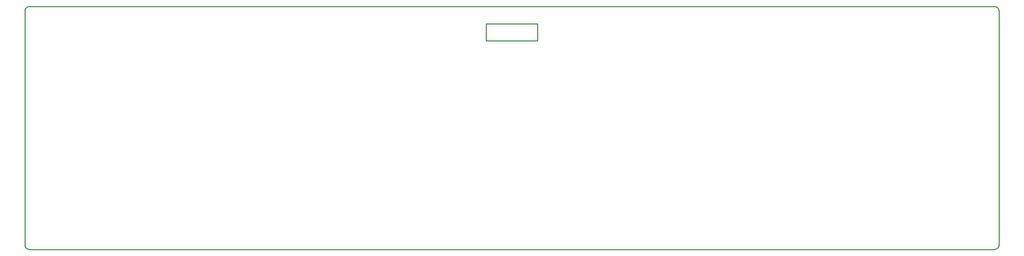
<source format=gko>
G04 Layer: BoardOutline*
G04 EasyEDA v6.4.25, 2022-01-20T16:11:06+08:00*
G04 bfaf2d4f65d64c88941de24b5d45c2ce,3b57db4a37c74da5bb1b5bc11455ab19,10*
G04 Gerber Generator version 0.2*
G04 Scale: 100 percent, Rotated: No, Reflected: No *
G04 Dimensions in millimeters *
G04 leading zeros omitted , absolute positions ,4 integer and 5 decimal *
%FSLAX45Y45*%
%MOMM*%

%ADD10C,0.2540*%
D10*
X-11400000Y-2749999D02*
G01*
X-11400000Y2749999D01*
X11300000Y-2849999D02*
G01*
X-11300000Y-2849999D01*
X11400000Y2749999D02*
G01*
X11400000Y-2749999D01*
X-11300000Y2849999D02*
G01*
X11300000Y2849999D01*
G75*
G01*
X11300000Y2849999D02*
G02*
X11400000Y2750000I0J-99999D01*
G75*
G01*
X11400000Y-2750000D02*
G02*
X11300000Y-2849999I-100000J0D01*
G75*
G01*
X-11300000Y-2849999D02*
G02*
X-11400000Y-2750000I0J99999D01*
G75*
G01*
X-11400000Y2750000D02*
G02*
X-11300000Y2849999I100000J0D01*
X-599998Y2450000D02*
G01*
X599998Y2450000D01*
X599998Y2450000D02*
G01*
X599998Y2050000D01*
X599998Y2050000D02*
G01*
X-599998Y2050000D01*
X-599998Y2050000D02*
G01*
X-599998Y2450000D01*

%LPD*%
M02*

</source>
